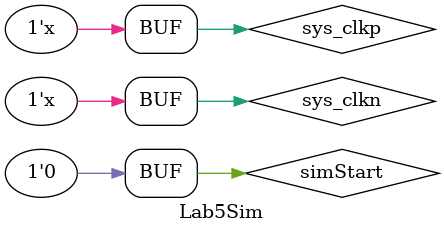
<source format=v>
`timescale 1ns / 1ps


module Lab5Sim();
    reg sys_clkn = 1;
    wire sys_clkp;
    reg simStart;

       

    I2C_Transmit DUT(.sys_clkn(sys_clkn), .sys_clkp(sys_clkp), .simStart(simStart));

    assign sys_clkp = ~sys_clkn;    
    always begin
        #5 sys_clkn = ~sys_clkn;
    end        
      
    initial begin          
         #0 simStart <= 1'b1;
         #1000 simStart <= 1'b0; 
    end

endmodule

</source>
